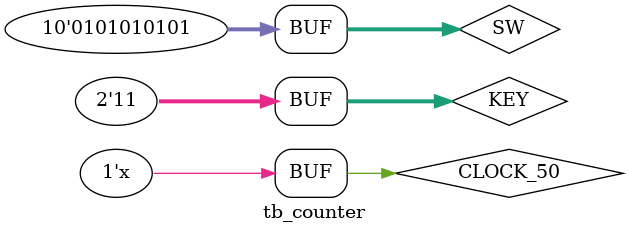
<source format=v>
`timescale 1 ns / 100 ps


module tb_counter();

reg        CLOCK_50;
reg  [1:0] KEY;
wire [9:0] LEDR;
reg  [9:0] SW;

ECEN3002_Lab1 DUT
(
  .CLOCK_50(CLOCK_50),
  .KEY(KEY),
  .LEDR(LEDR),
  .SW(SW)
);

always
  #100 CLOCK_50 = ~CLOCK_50;
  
initial
  begin
	CLOCK_50 = 1'b0;
	KEY[0] = 1'b0;
	KEY[1] = 1'b1;
	SW[9:0] = 10'b01_0101_0101;
  #5000;
  KEY[0] = 1'b1;
  #10000;
  KEY[1] = 1'b0;
  #1000;
  KEY[1] = 1'b1;
  #10000;
  end

endmodule
</source>
